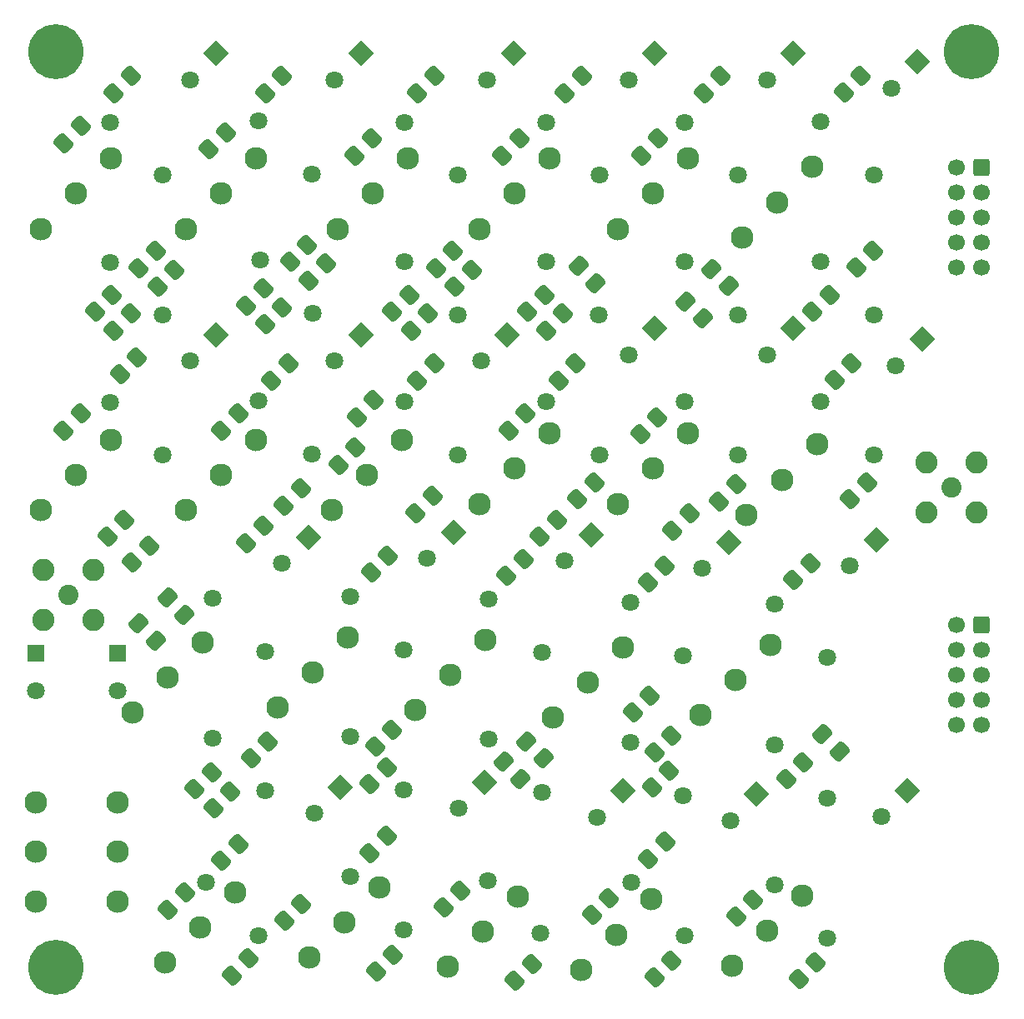
<source format=gbr>
%TF.GenerationSoftware,KiCad,Pcbnew,8.0.3*%
%TF.CreationDate,2024-07-11T18:12:52-04:00*%
%TF.ProjectId,K9HZ_100W_11band_LPF-Filter,4b39485a-5f31-4303-9057-5f313162616e,rev?*%
%TF.SameCoordinates,Original*%
%TF.FileFunction,Soldermask,Bot*%
%TF.FilePolarity,Negative*%
%FSLAX46Y46*%
G04 Gerber Fmt 4.6, Leading zero omitted, Abs format (unit mm)*
G04 Created by KiCad (PCBNEW 8.0.3) date 2024-07-11 18:12:52*
%MOMM*%
%LPD*%
G01*
G04 APERTURE LIST*
G04 Aperture macros list*
%AMRoundRect*
0 Rectangle with rounded corners*
0 $1 Rounding radius*
0 $2 $3 $4 $5 $6 $7 $8 $9 X,Y pos of 4 corners*
0 Add a 4 corners polygon primitive as box body*
4,1,4,$2,$3,$4,$5,$6,$7,$8,$9,$2,$3,0*
0 Add four circle primitives for the rounded corners*
1,1,$1+$1,$2,$3*
1,1,$1+$1,$4,$5*
1,1,$1+$1,$6,$7*
1,1,$1+$1,$8,$9*
0 Add four rect primitives between the rounded corners*
20,1,$1+$1,$2,$3,$4,$5,0*
20,1,$1+$1,$4,$5,$6,$7,0*
20,1,$1+$1,$6,$7,$8,$9,0*
20,1,$1+$1,$8,$9,$2,$3,0*%
%AMRotRect*
0 Rectangle, with rotation*
0 The origin of the aperture is its center*
0 $1 length*
0 $2 width*
0 $3 Rotation angle, in degrees counterclockwise*
0 Add horizontal line*
21,1,$1,$2,0,0,$3*%
G04 Aperture macros list end*
%ADD10C,5.600000*%
%ADD11RoundRect,0.336956X0.088388X-0.707876X0.707876X-0.088388X-0.088388X0.707876X-0.707876X0.088388X0*%
%ADD12RoundRect,0.336956X-0.088388X0.707876X-0.707876X0.088388X0.088388X-0.707876X0.707876X-0.088388X0*%
%ADD13RoundRect,0.336956X0.707876X0.088388X0.088388X0.707876X-0.707876X-0.088388X-0.088388X-0.707876X0*%
%ADD14RoundRect,0.336956X-0.707876X-0.088388X-0.088388X-0.707876X0.707876X0.088388X0.088388X0.707876X0*%
%ADD15C,1.800000*%
%ADD16C,2.050000*%
%ADD17C,2.250000*%
%ADD18C,2.300000*%
%ADD19R,1.800000X1.800000*%
%ADD20RotRect,1.800000X1.800000X135.000000*%
%ADD21RoundRect,0.250000X0.600000X0.600000X-0.600000X0.600000X-0.600000X-0.600000X0.600000X-0.600000X0*%
%ADD22C,1.700000*%
G04 APERTURE END LIST*
D10*
%TO.C,H4*%
X265200000Y-45800000D03*
%TD*%
%TO.C,H3*%
X172200000Y-45800000D03*
%TD*%
%TO.C,H2*%
X265200000Y-138800000D03*
%TD*%
%TO.C,H1*%
X172200000Y-138800000D03*
%TD*%
D11*
%TO.C,C73*%
X190067588Y-139632412D03*
X191800000Y-137900000D03*
%TD*%
%TO.C,C55*%
X234776341Y-94438129D03*
X236508753Y-92705717D03*
%TD*%
%TO.C,C46*%
X221344703Y-95073129D03*
X223077115Y-93340717D03*
%TD*%
%TO.C,C10*%
X177441794Y-95073129D03*
X179174206Y-93340717D03*
%TD*%
%TO.C,C22*%
X191530976Y-95708129D03*
X193263388Y-93975717D03*
%TD*%
%TO.C,C103*%
X247633703Y-140031129D03*
X249366115Y-138298717D03*
%TD*%
%TO.C,C96*%
X232959048Y-139864835D03*
X234691460Y-138132423D03*
%TD*%
%TO.C,C87*%
X218774341Y-140170440D03*
X220506753Y-138438028D03*
%TD*%
%TO.C,C80*%
X204707703Y-139269129D03*
X206440115Y-137536717D03*
%TD*%
%TO.C,C62*%
X252810341Y-91231856D03*
X254542753Y-89499444D03*
%TD*%
D12*
%TO.C,C54*%
X241266206Y-89733794D03*
X239533794Y-91466206D03*
%TD*%
%TO.C,C45*%
X226887115Y-89530717D03*
X225154703Y-91263129D03*
%TD*%
D11*
%TO.C,C34*%
X208733794Y-92632412D03*
X210466206Y-90900000D03*
%TD*%
D12*
%TO.C,C21*%
X197073388Y-90165717D03*
X195340976Y-91898129D03*
%TD*%
D11*
%TO.C,C9*%
X179933794Y-97666206D03*
X181666206Y-95933794D03*
%TD*%
D12*
%TO.C,C72*%
X197132412Y-132367588D03*
X195400000Y-134100000D03*
%TD*%
D11*
%TO.C,C33*%
X200867588Y-87732412D03*
X202600000Y-86000000D03*
%TD*%
D12*
%TO.C,C44*%
X224982115Y-77465717D03*
X223249703Y-79198129D03*
%TD*%
D11*
%TO.C,C32*%
X202767588Y-82932412D03*
X204500000Y-81200000D03*
%TD*%
%TO.C,C20*%
X188990976Y-84278129D03*
X190723388Y-82545717D03*
%TD*%
%TO.C,C95*%
X226609048Y-133514835D03*
X228341460Y-131782423D03*
%TD*%
D12*
%TO.C,C8*%
X180444206Y-76830717D03*
X178711794Y-78563129D03*
%TD*%
%TO.C,C71*%
X190732412Y-126267588D03*
X189000000Y-128000000D03*
%TD*%
D11*
%TO.C,C102*%
X241283703Y-133681129D03*
X243016115Y-131948717D03*
%TD*%
%TO.C,C86*%
X211567588Y-132732412D03*
X213300000Y-131000000D03*
%TD*%
D12*
%TO.C,C79*%
X205805115Y-125471717D03*
X204072703Y-127204129D03*
%TD*%
%TO.C,C61*%
X253000000Y-77400000D03*
X251267588Y-79132412D03*
%TD*%
D11*
%TO.C,C53*%
X231533794Y-84666206D03*
X233266206Y-82933794D03*
%TD*%
%TO.C,C7*%
X172996794Y-84278129D03*
X174729206Y-82545717D03*
%TD*%
D12*
%TO.C,C19*%
X195803388Y-77465717D03*
X194070976Y-79198129D03*
%TD*%
%TO.C,C31*%
X210631115Y-77465717D03*
X208898703Y-79198129D03*
%TD*%
D11*
%TO.C,C70*%
X183567588Y-132932412D03*
X185300000Y-131200000D03*
%TD*%
%TO.C,C43*%
X218169703Y-84278129D03*
X219902115Y-82545717D03*
%TD*%
D12*
%TO.C,C94*%
X234056460Y-126067423D03*
X232324048Y-127799835D03*
%TD*%
%TO.C,C74*%
X193709753Y-115832028D03*
X191977341Y-117564440D03*
%TD*%
D13*
%TO.C,C104*%
X251766206Y-116866206D03*
X250033794Y-115133794D03*
%TD*%
D12*
%TO.C,C97*%
X234691460Y-115272423D03*
X232959048Y-117004835D03*
%TD*%
D13*
%TO.C,C56*%
X240500000Y-69600000D03*
X238767588Y-67867588D03*
%TD*%
D12*
%TO.C,C36*%
X214441115Y-67940717D03*
X212708703Y-69673129D03*
%TD*%
%TO.C,C35*%
X212536115Y-66035717D03*
X210803703Y-67768129D03*
%TD*%
%TO.C,C81*%
X206343477Y-114664406D03*
X204611065Y-116396818D03*
%TD*%
D11*
%TO.C,C63*%
X253445341Y-67736856D03*
X255177753Y-66004444D03*
%TD*%
D13*
%TO.C,C88*%
X219366206Y-119666206D03*
X217633794Y-117933794D03*
%TD*%
D12*
%TO.C,C24*%
X199613388Y-67305717D03*
X197880976Y-69038129D03*
%TD*%
%TO.C,C23*%
X197708388Y-65400717D03*
X195975976Y-67133129D03*
%TD*%
%TO.C,C12*%
X184254206Y-67940717D03*
X182521794Y-69673129D03*
%TD*%
%TO.C,C11*%
X182349206Y-66035717D03*
X180616794Y-67768129D03*
%TD*%
D13*
%TO.C,C47*%
X227000000Y-69300000D03*
X225267588Y-67567588D03*
%TD*%
D11*
%TO.C,C30*%
X208263703Y-74118129D03*
X209996115Y-72385717D03*
%TD*%
%TO.C,C18*%
X193435976Y-73483129D03*
X195168388Y-71750717D03*
%TD*%
%TO.C,C6*%
X178076794Y-74118129D03*
X179809206Y-72385717D03*
%TD*%
%TO.C,C42*%
X220074703Y-72213129D03*
X221807115Y-70480717D03*
%TD*%
%TO.C,C93*%
X232733794Y-120566206D03*
X234466206Y-118833794D03*
%TD*%
%TO.C,C69*%
X188167341Y-122644440D03*
X189899753Y-120912028D03*
%TD*%
%TO.C,C101*%
X246363703Y-119711129D03*
X248096115Y-117978717D03*
%TD*%
D13*
%TO.C,C85*%
X221700000Y-117600000D03*
X219967588Y-115867588D03*
%TD*%
D11*
%TO.C,C78*%
X204072703Y-120219129D03*
X205805115Y-118486717D03*
%TD*%
%TO.C,C60*%
X249000341Y-72181856D03*
X250732753Y-70449444D03*
%TD*%
D13*
%TO.C,C52*%
X237866206Y-72866206D03*
X236133794Y-71133794D03*
%TD*%
D11*
%TO.C,C17*%
X191530976Y-71578129D03*
X193263388Y-69845717D03*
%TD*%
%TO.C,C5*%
X176171794Y-72213129D03*
X177904206Y-70480717D03*
%TD*%
%TO.C,C29*%
X206358703Y-72213129D03*
X208091115Y-70480717D03*
%TD*%
%TO.C,C41*%
X221979703Y-74118129D03*
X223712115Y-72385717D03*
%TD*%
%TO.C,C68*%
X186262341Y-120739440D03*
X187994753Y-119007028D03*
%TD*%
D12*
%TO.C,C92*%
X232500000Y-111200000D03*
X230767588Y-112932412D03*
%TD*%
%TO.C,C28*%
X210631115Y-48255717D03*
X208898703Y-49988129D03*
%TD*%
%TO.C,C100*%
X248821006Y-97736594D03*
X247088594Y-99469006D03*
%TD*%
%TO.C,C91*%
X234038206Y-97965194D03*
X232305794Y-99697606D03*
%TD*%
%TO.C,C84*%
X219687206Y-97304794D03*
X217954794Y-99037206D03*
%TD*%
%TO.C,C77*%
X205920406Y-96949194D03*
X204187994Y-98681606D03*
%TD*%
D14*
%TO.C,C67*%
X180616794Y-103857994D03*
X182349206Y-105590406D03*
%TD*%
D12*
%TO.C,C59*%
X253907753Y-48224444D03*
X252175341Y-49956856D03*
%TD*%
D11*
%TO.C,C51*%
X231601341Y-56338129D03*
X233333753Y-54605717D03*
%TD*%
%TO.C,C40*%
X217534703Y-56338129D03*
X219267115Y-54605717D03*
%TD*%
%TO.C,C27*%
X202548703Y-56338129D03*
X204281115Y-54605717D03*
%TD*%
%TO.C,C16*%
X187720976Y-55703129D03*
X189453388Y-53970717D03*
%TD*%
%TO.C,C4*%
X172996794Y-55068129D03*
X174729206Y-53335717D03*
%TD*%
D12*
%TO.C,C3*%
X179809206Y-48255717D03*
X178076794Y-49988129D03*
%TD*%
%TO.C,C50*%
X239683753Y-48255717D03*
X237951341Y-49988129D03*
%TD*%
%TO.C,C15*%
X195168388Y-48255717D03*
X193435976Y-49988129D03*
%TD*%
%TO.C,C39*%
X225617115Y-48255717D03*
X223884703Y-49988129D03*
%TD*%
D14*
%TO.C,C66*%
X183537794Y-101241794D03*
X185270206Y-102974206D03*
%TD*%
D15*
%TO.C,L21*%
X187405923Y-130205923D03*
X192794077Y-135594077D03*
%TD*%
%TO.C,L23*%
X202090755Y-115361769D03*
X207478909Y-120749923D03*
%TD*%
%TO.C,L33*%
X245170832Y-130474769D03*
X250558986Y-135862923D03*
%TD*%
%TO.C,L29*%
X230496177Y-115957475D03*
X235884331Y-121345629D03*
%TD*%
%TO.C,L12*%
X221983986Y-81352846D03*
X227372140Y-86741000D03*
%TD*%
%TO.C,L9*%
X207632986Y-81352846D03*
X213021140Y-86741000D03*
%TD*%
D16*
%TO.C,J1*%
X173442909Y-100937923D03*
D17*
X170902909Y-98397923D03*
X170902909Y-103477923D03*
X175982909Y-98397923D03*
X175982909Y-103477923D03*
%TD*%
D15*
%TO.C,L3*%
X177673000Y-81379923D03*
X183061154Y-86768077D03*
%TD*%
%TO.C,L8*%
X207620909Y-67128846D03*
X213009063Y-72517000D03*
%TD*%
%TO.C,L4*%
X192805259Y-52832000D03*
X198193413Y-58220154D03*
%TD*%
D16*
%TO.C,J2*%
X263104909Y-90015923D03*
D17*
X260564909Y-87475923D03*
X260564909Y-92555923D03*
X265644909Y-87475923D03*
X265644909Y-92555923D03*
%TD*%
D15*
%TO.C,L13*%
X236050624Y-52931923D03*
X241438778Y-58320077D03*
%TD*%
%TO.C,L1*%
X177673000Y-52931923D03*
X183061154Y-58320077D03*
%TD*%
D18*
%TO.C,K24*%
X178460400Y-127050800D03*
X178460400Y-122010800D03*
X178460400Y-132090800D03*
D19*
X178460400Y-106890800D03*
D15*
X178460400Y-110670800D03*
%TD*%
%TO.C,L14*%
X236050624Y-67128846D03*
X241438778Y-72517000D03*
%TD*%
%TO.C,L7*%
X207632986Y-52931923D03*
X213021140Y-58320077D03*
%TD*%
%TO.C,L28*%
X230496177Y-101760552D03*
X235884331Y-107148706D03*
%TD*%
%TO.C,L5*%
X192920182Y-66929000D03*
X198308336Y-72317154D03*
%TD*%
%TO.C,L22*%
X202102832Y-101164846D03*
X207490986Y-106553000D03*
%TD*%
%TO.C,L32*%
X245158755Y-116250769D03*
X250546909Y-121638923D03*
%TD*%
%TO.C,L19*%
X188102470Y-101304157D03*
X193490624Y-106692311D03*
%TD*%
%TO.C,L2*%
X177673000Y-67148000D03*
X183061154Y-72536154D03*
%TD*%
%TO.C,L30*%
X230611846Y-130181475D03*
X236000000Y-135569629D03*
%TD*%
%TO.C,L16*%
X249866547Y-52900650D03*
X255254701Y-58288804D03*
%TD*%
%TO.C,L18*%
X249866547Y-81321573D03*
X255254701Y-86709727D03*
%TD*%
%TO.C,L10*%
X221983986Y-52931923D03*
X227372140Y-58320077D03*
%TD*%
%TO.C,L27*%
X216030393Y-129979080D03*
X221418547Y-135367234D03*
%TD*%
%TO.C,L25*%
X216169470Y-101431157D03*
X221557624Y-106819311D03*
%TD*%
%TO.C,L11*%
X221971909Y-67128846D03*
X227360063Y-72517000D03*
%TD*%
%TO.C,L20*%
X188102470Y-115501080D03*
X193490624Y-120889234D03*
%TD*%
%TO.C,L6*%
X192805259Y-81280000D03*
X198193413Y-86668154D03*
%TD*%
%TO.C,L17*%
X249866547Y-67097573D03*
X255254701Y-72485727D03*
%TD*%
%TO.C,L15*%
X236038547Y-81352846D03*
X241426701Y-86741000D03*
%TD*%
%TO.C,L24*%
X202105923Y-129605923D03*
X207494077Y-134994077D03*
%TD*%
%TO.C,L31*%
X245170832Y-101926846D03*
X250558986Y-107315000D03*
%TD*%
%TO.C,L26*%
X216157393Y-115628080D03*
X221545547Y-121016234D03*
%TD*%
D18*
%TO.C,K18*%
X215545274Y-135144507D03*
X219109092Y-131580689D03*
X211981456Y-138708325D03*
D20*
X229800547Y-120889234D03*
D15*
X227127683Y-123562098D03*
%TD*%
D18*
%TO.C,K16*%
X201478636Y-134243196D03*
X205042454Y-130679378D03*
X197914818Y-137807014D03*
D20*
X215733909Y-119987923D03*
D15*
X213061045Y-122660787D03*
%TD*%
D18*
%TO.C,K20*%
X229094981Y-135473902D03*
X232658799Y-131910084D03*
X225531163Y-139037720D03*
D20*
X243350254Y-121218629D03*
D15*
X240677390Y-123891493D03*
%TD*%
D18*
%TO.C,K9*%
X232817274Y-60202196D03*
X236381092Y-56638378D03*
X229253456Y-63766014D03*
D20*
X247072547Y-45946923D03*
D15*
X244399683Y-48619787D03*
%TD*%
D18*
%TO.C,K1*%
X174212727Y-60202196D03*
X177776545Y-56638378D03*
X170648909Y-63766014D03*
D20*
X188468000Y-45946923D03*
D15*
X185795136Y-48619787D03*
%TD*%
D18*
%TO.C,K12*%
X245904138Y-89248059D03*
X249467956Y-85684241D03*
X242340320Y-92811877D03*
D20*
X260159411Y-74992786D03*
D15*
X257486547Y-77665650D03*
%TD*%
D21*
%TO.C,J4*%
X266152909Y-103985923D03*
D22*
X263612909Y-103985923D03*
X266152909Y-106525923D03*
X263612909Y-106525923D03*
X266152909Y-109065923D03*
X263612909Y-109065923D03*
X266152909Y-111605923D03*
X263612909Y-111605923D03*
X266152909Y-114145923D03*
X263612909Y-114145923D03*
%TD*%
D18*
%TO.C,K8*%
X218750636Y-88142196D03*
X222314454Y-84578378D03*
X215186818Y-91706014D03*
D20*
X233005909Y-73886923D03*
D15*
X230333045Y-76559787D03*
%TD*%
D18*
%TO.C,K22*%
X244404636Y-135108741D03*
X247968454Y-131544923D03*
X240840818Y-138672559D03*
D20*
X258659909Y-120853468D03*
D15*
X255987045Y-123526332D03*
%TD*%
D18*
%TO.C,K2*%
X174212727Y-88777196D03*
X177776545Y-85213378D03*
X170648909Y-92341014D03*
D20*
X188468000Y-74521923D03*
D15*
X185795136Y-77194787D03*
%TD*%
D21*
%TO.C,J3*%
X266152909Y-57560000D03*
D22*
X263612909Y-57560000D03*
X266152909Y-60100000D03*
X263612909Y-60100000D03*
X266152909Y-62640000D03*
X263612909Y-62640000D03*
X266152909Y-65180000D03*
X263612909Y-65180000D03*
X266152909Y-67720000D03*
X263612909Y-67720000D03*
%TD*%
D18*
%TO.C,K17*%
X212273636Y-109097196D03*
X215837454Y-105533378D03*
X208709818Y-112661014D03*
D20*
X226528909Y-94841923D03*
D15*
X223856045Y-97514787D03*
%TD*%
D18*
%TO.C,K6*%
X203764636Y-88777196D03*
X207328454Y-85213378D03*
X200200818Y-92341014D03*
D20*
X218019909Y-74521923D03*
D15*
X215347045Y-77194787D03*
%TD*%
D18*
%TO.C,K23*%
X170154600Y-127050800D03*
X170154600Y-122010800D03*
X170154600Y-132090800D03*
D19*
X170154600Y-106890800D03*
D15*
X170154600Y-110670800D03*
%TD*%
D18*
%TO.C,K19*%
X226243636Y-109859196D03*
X229807454Y-106295378D03*
X222679818Y-113423014D03*
D20*
X240498909Y-95603923D03*
D15*
X237826045Y-98276787D03*
%TD*%
D18*
%TO.C,K3*%
X188936909Y-60202196D03*
X192500727Y-56638378D03*
X185373091Y-63766014D03*
D20*
X203192182Y-45946923D03*
D15*
X200519318Y-48619787D03*
%TD*%
D18*
%TO.C,K5*%
X204399636Y-60202196D03*
X207963454Y-56638378D03*
X200835818Y-63766014D03*
D20*
X218654909Y-45946923D03*
D15*
X215982045Y-48619787D03*
%TD*%
D18*
%TO.C,K10*%
X232817274Y-88142196D03*
X236381092Y-84578378D03*
X229253456Y-91706014D03*
D20*
X247072547Y-73886923D03*
D15*
X244399683Y-76559787D03*
%TD*%
D18*
%TO.C,K21*%
X241229636Y-109605196D03*
X244793454Y-106041378D03*
X237665818Y-113169014D03*
D20*
X255484909Y-95349923D03*
D15*
X252812045Y-98022787D03*
%TD*%
%TO.C,K11*%
X257027136Y-49472864D03*
D20*
X259700000Y-46800000D03*
D18*
X241880909Y-64619091D03*
X249008545Y-57491455D03*
X245444727Y-61055273D03*
%TD*%
%TO.C,K4*%
X188936909Y-88777196D03*
X192500727Y-85213378D03*
X185373091Y-92341014D03*
D20*
X203192182Y-74521923D03*
D15*
X200519318Y-77194787D03*
%TD*%
D18*
%TO.C,K14*%
X186843274Y-134763507D03*
X190407092Y-131199689D03*
X183279456Y-138327325D03*
D20*
X201098547Y-120508234D03*
D15*
X198425683Y-123181098D03*
%TD*%
D18*
%TO.C,K15*%
X198303636Y-108843196D03*
X201867454Y-105279378D03*
X194739818Y-112407014D03*
D20*
X212558909Y-94587923D03*
D15*
X209886045Y-97260787D03*
%TD*%
D18*
%TO.C,K13*%
X183571636Y-109351196D03*
X187135454Y-105787378D03*
X180007818Y-112915014D03*
D20*
X197826909Y-95095923D03*
D15*
X195154045Y-97768787D03*
%TD*%
D18*
%TO.C,K7*%
X218750636Y-60202196D03*
X222314454Y-56638378D03*
X215186818Y-63766014D03*
D20*
X233005909Y-45946923D03*
D15*
X230333045Y-48619787D03*
%TD*%
M02*

</source>
